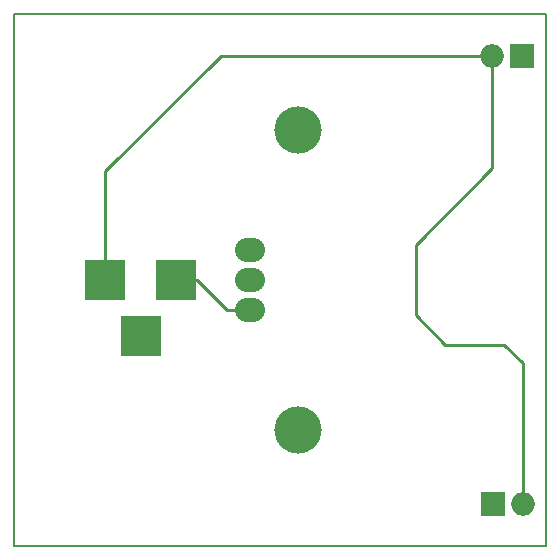
<source format=gbl>
%TF.GenerationSoftware,KiCad,Pcbnew,4.0.2-stable*%
%TF.CreationDate,2016-04-25T01:20:38-04:00*%
%TF.ProjectId,tornado,746F726E61646F2E6B696361645F7063,rev?*%
%TF.FileFunction,Copper,L2,Bot,Signal*%
%FSLAX46Y46*%
G04 Gerber Fmt 4.6, Leading zero omitted, Abs format (unit mm)*
G04 Created by KiCad (PCBNEW 4.0.2-stable) date Mon 25 Apr 2016 01:20:38 EDT*
%MOMM*%
G01*
G04 APERTURE LIST*
%ADD10C,0.100000*%
%ADD11C,0.150000*%
%ADD12C,4.000000*%
%ADD13R,3.500120X3.500120*%
%ADD14O,2.540000X2.032000*%
%ADD15O,1.998980X1.998980*%
%ADD16R,1.998980X1.998980*%
%ADD17C,0.250000*%
G04 APERTURE END LIST*
D10*
D11*
X45000000Y45000000D02*
X0Y45000000D01*
X45000000Y0D02*
X45000000Y45000000D01*
X0Y0D02*
X45000000Y0D01*
X0Y45000000D02*
X0Y0D01*
D12*
X24000000Y35200000D03*
X24000000Y9800000D03*
D13*
X13700140Y22500000D03*
X7700660Y22500000D03*
X10700400Y17801000D03*
D14*
X20000000Y22500000D03*
X20000000Y19960000D03*
X20000000Y25040000D03*
D15*
X43040000Y3500000D03*
D16*
X40500000Y3500000D03*
D15*
X40460000Y41500000D03*
D16*
X43000000Y41500000D03*
D17*
X13700140Y22500000D02*
X15500000Y22500000D01*
X18040000Y19960000D02*
X20000000Y19960000D01*
X15500000Y22500000D02*
X18040000Y19960000D01*
X7700660Y22500000D02*
X7700660Y31700660D01*
X17500000Y41500000D02*
X40460000Y41500000D01*
X7700660Y31700660D02*
X17500000Y41500000D01*
X43040000Y3500000D02*
X43040000Y15460000D01*
X40460000Y31960000D02*
X40460000Y41500000D01*
X34000000Y25500000D02*
X40460000Y31960000D01*
X34000000Y19500000D02*
X34000000Y25500000D01*
X36500000Y17000000D02*
X34000000Y19500000D01*
X41500000Y17000000D02*
X36500000Y17000000D01*
X43040000Y15460000D02*
X41500000Y17000000D01*
M02*

</source>
